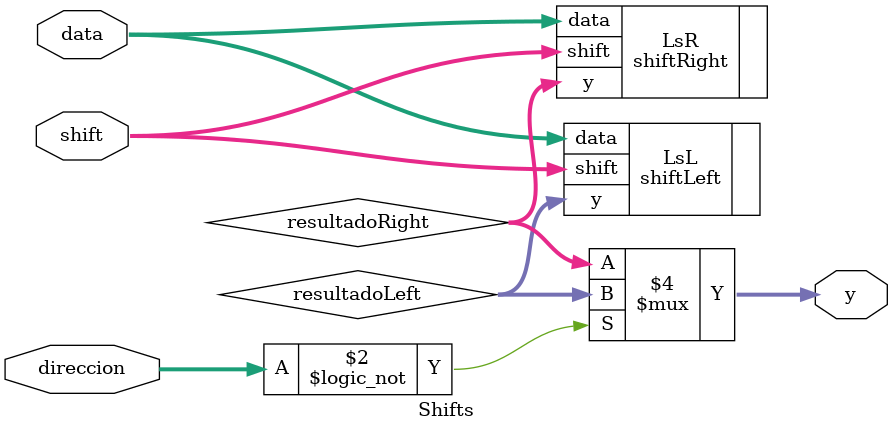
<source format=sv>
module Shifts #(parameter n=15)(data, shift, direccion, y);
	
	//input[2:0]n;
	input[n-1:0] data;
	input[2:0] shift;
	input[2:0] direccion;
	output[n-1:0] y;
	reg[n-1:0] y;
	reg[n-1:0] resultadoLeft; 	
	reg[n-1:0] resultadoRight; 
	
	  shiftLeft #(.n(n)) LsL
	  
	  (
        .data(data),
        .shift(shift),
        .y(resultadoLeft)
      );
		
		shiftRight #(.n(n)) LsR
		
		(
        .data(data),
        .shift(shift),
        .y(resultadoRight)
      );
		
		
		always @(*) begin
    if (direccion == 0)
      y = resultadoLeft;
    else
      y = resultadoRight;
  end


endmodule

</source>
